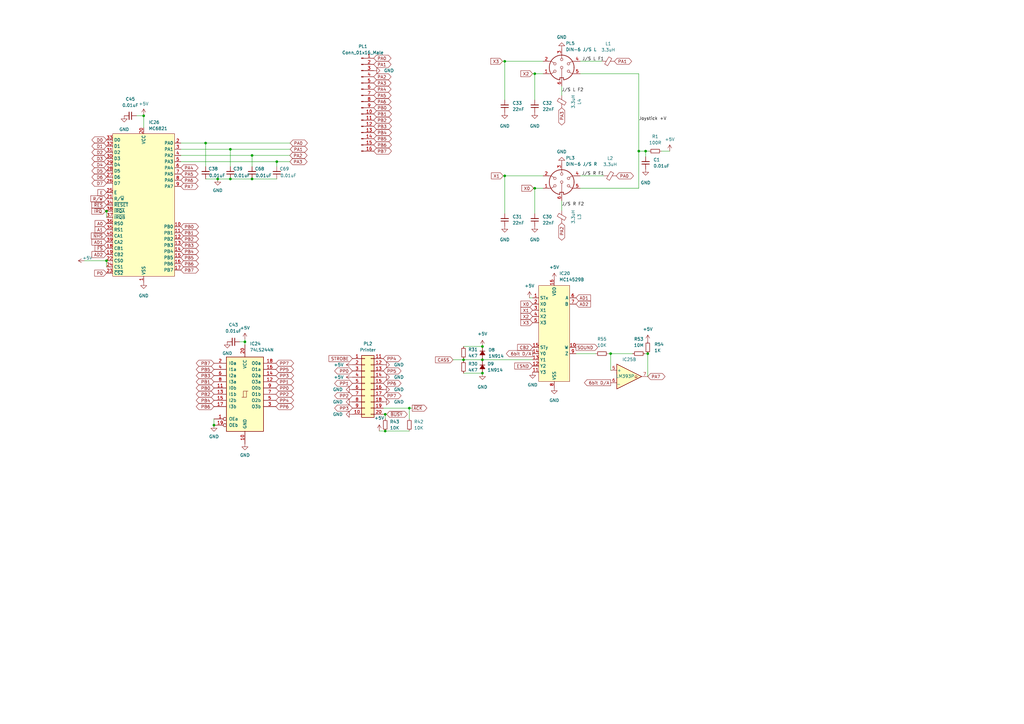
<source format=kicad_sch>
(kicad_sch (version 20230121) (generator eeschema)
  (paper "A3")
  (title_block (date "2023-05-20") (rev "2.0") (comment 2 "Reposition dram and buffer"))
  (lib_symbols
    (symbol "74xx:74LS244" (pin_names (offset 1.016))
      (property "Reference" "U" (at -7.62 16.51 0))
      (property "Value" "74LS244" (at -7.62 -16.51 0))
      (symbol "74LS244_1_0"
        (pin input inverted (at -12.7 -10.16 0) (length 5.08) (name "OEa") (number "1"))
        (pin power_in line (at 0 -20.32 90) (length 5.08) (name "GND") (number "10"))
        (pin input line (at -12.7 2.54 0) (length 5.08) (name "I0b") (number "11"))
        (pin tri_state line (at 12.7 5.08 180) (length 5.08) (name "O3a") (number "12"))
        (pin input line (at -12.7 0 0) (length 5.08) (name "I1b") (number "13"))
        (pin tri_state line (at 12.7 7.62 180) (length 5.08) (name "O2a") (number "14"))
        (pin input line (at -12.7 -2.54 0) (length 5.08) (name "I2b") (number "15"))
        (pin tri_state line (at 12.7 10.16 180) (length 5.08) (name "O1a") (number "16"))
        (pin input line (at -12.7 -5.08 0) (length 5.08) (name "I3b") (number "17"))
        (pin tri_state line (at 12.7 12.7 180) (length 5.08) (name "O0a") (number "18"))
        (pin input inverted (at -12.7 -12.7 0) (length 5.08) (name "OEb") (number "19"))
        (pin input line (at -12.7 12.7 0) (length 5.08) (name "I0a") (number "2"))
        (pin power_in line (at 0 20.32 270) (length 5.08) (name "VCC") (number "20"))
        (pin tri_state line (at 12.7 -5.08 180) (length 5.08) (name "O3b") (number "3"))
        (pin input line (at -12.7 10.16 0) (length 5.08) (name "I1a") (number "4"))
        (pin tri_state line (at 12.7 -2.54 180) (length 5.08) (name "O2b") (number "5"))
        (pin input line (at -12.7 7.62 0) (length 5.08) (name "I2a") (number "6"))
        (pin tri_state line (at 12.7 0 180) (length 5.08) (name "O1b") (number "7"))
        (pin input line (at -12.7 5.08 0) (length 5.08) (name "I3a") (number "8"))
        (pin tri_state line (at 12.7 2.54 180) (length 5.08) (name "O0b") (number "9"))
      )
    )
    (symbol "Comparator:LM393" (pin_names (offset 0.127))
      (property "Reference" "U" (at 3.81 3.81 0))
      (property "Value" "LM393" (at 6.35 -3.81 0))
      (symbol "LM393_1_1"
        (pin open_collector line (at 7.62 0 180) (length 2.54) (name "~") (number "1"))
        (pin input line (at -7.62 -2.54 0) (length 2.54) (name "-") (number "2"))
        (pin input line (at -7.62 2.54 0) (length 2.54) (name "+") (number "3"))
      )
      (symbol "LM393_2_1"
        (pin input line (at -7.62 2.54 0) (length 2.54) (name "+") (number "5"))
        (pin input line (at -7.62 -2.54 0) (length 2.54) (name "_") (number "6"))
        (pin open_collector line (at 7.62 0 180) (length 2.54) (name "~") (number "7"))
      )
      (symbol "LM393_3_1"
        (pin power_in line (at -2.54 -7.62 90) (length 3.81) (name "V-") (number "4"))
        (pin power_in line (at -2.54 7.62 270) (length 3.81) (name "V+") (number "8"))
      )
    )
    (symbol "Connector:Conn_01x16_Male" (pin_names (offset 1.016) hide)
      (property "Reference" "J" (at 0 20.32 0))
      (property "Value" "Conn_01x16_Male" (at 0 -22.86 0))
      (symbol "Conn_01x16_Male_1_1"
        (pin passive line (at 5.08 17.78 180) (length 3.81) (name "Pin_1") (number "1"))
        (pin passive line (at 5.08 -5.08 180) (length 3.81) (name "Pin_10") (number "10"))
        (pin passive line (at 5.08 -7.62 180) (length 3.81) (name "Pin_11") (number "11"))
        (pin passive line (at 5.08 -10.16 180) (length 3.81) (name "Pin_12") (number "12"))
        (pin passive line (at 5.08 -12.7 180) (length 3.81) (name "Pin_13") (number "13"))
        (pin passive line (at 5.08 -15.24 180) (length 3.81) (name "Pin_14") (number "14"))
        (pin passive line (at 5.08 -17.78 180) (length 3.81) (name "Pin_15") (number "15"))
        (pin passive line (at 5.08 -20.32 180) (length 3.81) (name "Pin_16") (number "16"))
        (pin passive line (at 5.08 15.24 180) (length 3.81) (name "Pin_2") (number "2"))
        (pin passive line (at 5.08 12.7 180) (length 3.81) (name "Pin_3") (number "3"))
        (pin passive line (at 5.08 10.16 180) (length 3.81) (name "Pin_4") (number "4"))
        (pin passive line (at 5.08 7.62 180) (length 3.81) (name "Pin_5") (number "5"))
        (pin passive line (at 5.08 5.08 180) (length 3.81) (name "Pin_6") (number "6"))
        (pin passive line (at 5.08 2.54 180) (length 3.81) (name "Pin_7") (number "7"))
        (pin passive line (at 5.08 0 180) (length 3.81) (name "Pin_8") (number "8"))
        (pin passive line (at 5.08 -2.54 180) (length 3.81) (name "Pin_9") (number "9"))
      )
    )
    (symbol "Connector:DIN-6" (pin_names (offset 1.016))
      (property "Reference" "J" (at 3.175 5.715 0))
      (property "Value" "DIN-6" (at 4.445 -4.445 0))
      (symbol "DIN-6_1_1"
        (pin passive line (at -7.62 -2.54 0) (length 2.54) (name "~") (number "1"))
        (pin passive line (at -7.62 2.54 0) (length 2.54) (name "~") (number "2"))
        (pin passive line (at 0 7.62 270) (length 2.54) (name "~") (number "3"))
        (pin passive line (at 7.62 2.54 180) (length 2.54) (name "~") (number "4"))
        (pin passive line (at 7.62 -2.54 180) (length 2.54) (name "~") (number "5"))
        (pin passive line (at 0 -7.62 90) (length 2.54) (name "~") (number "6"))
      )
    )
    (symbol "Connector_Generic:Conn_02x10_Top_Bottom" (pin_names (offset 1.016) hide)
      (property "Reference" "J" (at 1.27 12.7 0))
      (property "Value" "Conn_02x10_Top_Bottom" (at 1.27 -15.24 0))
      (symbol "Conn_02x10_Top_Bottom_1_1"
        (pin passive line (at -5.08 10.16 0) (length 3.81) (name "Pin_1") (number "1"))
        (pin passive line (at -5.08 -12.7 0) (length 3.81) (name "Pin_10") (number "10"))
        (pin passive line (at 7.62 10.16 180) (length 3.81) (name "Pin_11") (number "11"))
        (pin passive line (at 7.62 7.62 180) (length 3.81) (name "Pin_12") (number "12"))
        (pin passive line (at 7.62 5.08 180) (length 3.81) (name "Pin_13") (number "13"))
        (pin passive line (at 7.62 2.54 180) (length 3.81) (name "Pin_14") (number "14"))
        (pin passive line (at 7.62 0 180) (length 3.81) (name "Pin_15") (number "15"))
        (pin passive line (at 7.62 -2.54 180) (length 3.81) (name "Pin_16") (number "16"))
        (pin passive line (at 7.62 -5.08 180) (length 3.81) (name "Pin_17") (number "17"))
        (pin passive line (at 7.62 -7.62 180) (length 3.81) (name "Pin_18") (number "18"))
        (pin passive line (at 7.62 -10.16 180) (length 3.81) (name "Pin_19") (number "19"))
        (pin passive line (at -5.08 7.62 0) (length 3.81) (name "Pin_2") (number "2"))
        (pin passive line (at 7.62 -12.7 180) (length 3.81) (name "Pin_20") (number "20"))
        (pin passive line (at -5.08 5.08 0) (length 3.81) (name "Pin_3") (number "3"))
        (pin passive line (at -5.08 2.54 0) (length 3.81) (name "Pin_4") (number "4"))
        (pin passive line (at -5.08 0 0) (length 3.81) (name "Pin_5") (number "5"))
        (pin passive line (at -5.08 -2.54 0) (length 3.81) (name "Pin_6") (number "6"))
        (pin passive line (at -5.08 -5.08 0) (length 3.81) (name "Pin_7") (number "7"))
        (pin passive line (at -5.08 -7.62 0) (length 3.81) (name "Pin_8") (number "8"))
        (pin passive line (at -5.08 -10.16 0) (length 3.81) (name "Pin_9") (number "9"))
      )
    )
    (symbol "Device:C_Small" (pin_numbers hide) (pin_names (offset 0.254) hide)
      (property "Reference" "C" (at 0.254 1.778 0))
      (property "Value" "C_Small" (at 0.254 -2.032 0))
      (symbol "C_Small_1_1"
        (pin passive line (at 0 2.54 270) (length 2.032) (name "~") (number "1"))
        (pin passive line (at 0 -2.54 90) (length 2.032) (name "~") (number "2"))
      )
    )
    (symbol "Device:D_Small_Filled" (pin_numbers hide) (pin_names (offset 0.254) hide)
      (property "Reference" "D" (at -1.27 2.032 0))
      (property "Value" "D_Small_Filled" (at -3.81 -2.032 0))
      (symbol "D_Small_Filled_1_1"
        (pin passive line (at -2.54 0 0) (length 1.778) (name "K") (number "1"))
        (pin passive line (at 2.54 0 180) (length 1.778) (name "A") (number "2"))
      )
    )
    (symbol "Device:FerriteBead_Small" (pin_numbers hide) (pin_names (offset 0))
      (property "Reference" "FB" (at 1.905 1.27 0))
      (property "Value" "FerriteBead_Small" (at 1.905 -1.27 0))
      (symbol "FerriteBead_Small_1_1"
        (pin passive line (at 0 2.54 270) (length 1.27) (name "~") (number "1"))
        (pin passive line (at 0 -2.54 90) (length 1.27) (name "~") (number "2"))
      )
    )
    (symbol "Device:R_Small" (pin_numbers hide) (pin_names (offset 0.254) hide)
      (property "Reference" "R" (at 0.762 0.508 0))
      (property "Value" "R_Small" (at 0.762 -1.016 0))
      (symbol "R_Small_1_1"
        (pin passive line (at 0 2.54 270) (length 0.762) (name "~") (number "1"))
        (pin passive line (at 0 -2.54 90) (length 0.762) (name "~") (number "2"))
      )
    )
    (symbol "Motorola PIA:MC14529B"
      (property "Reference" "U" (at 0 1.27 0))
      (property "Value" "MC14529B" (at 0 -1.27 0))
      (symbol "MC14529B_1_1"
        (pin input line (at -8.89 15.24 0) (length 2.54) (name "STx") (number "1"))
        (pin output line (at 8.89 -5.08 180) (length 2.54) (name "W") (number "10"))
        (pin input line (at -8.89 -15.24 0) (length 2.54) (name "Y3") (number "11"))
        (pin input line (at -8.89 -12.7 0) (length 2.54) (name "Y2") (number "12"))
        (pin input line (at -8.89 -10.16 0) (length 2.54) (name "Y1") (number "13"))
        (pin input line (at -8.89 -7.62 0) (length 2.54) (name "Y0") (number "14"))
        (pin input line (at -8.89 -5.08 0) (length 2.54) (name "STy") (number "15"))
        (pin power_in line (at 0 22.86 270) (length 2.54) (name "VDD") (number "16"))
        (pin input line (at -8.89 12.7 0) (length 2.54) (name "X0") (number "2"))
        (pin input line (at -8.89 10.16 0) (length 2.54) (name "X1") (number "3"))
        (pin input line (at -8.89 7.62 0) (length 2.54) (name "X2") (number "4"))
        (pin input line (at -8.89 5.08 0) (length 2.54) (name "X3") (number "5"))
        (pin output line (at 8.89 15.24 180) (length 2.54) (name "A") (number "6"))
        (pin output line (at 8.89 12.7 180) (length 2.54) (name "B") (number "7"))
        (pin power_in line (at 0 -21.59 90) (length 2.54) (name "VSS") (number "8"))
        (pin output line (at 8.89 -7.62 180) (length 2.54) (name "Z") (number "9"))
      )
    )
    (symbol "Motorola PIA:MC6821"
      (property "Reference" "U" (at 0 1.27 0))
      (property "Value" "MC6821" (at 0 -1.27 0))
      (symbol "MC6821_1_1"
        (pin power_in line (at 0 -30.48 90) (length 2.54) (name "VSS") (number "1"))
        (pin bidirectional line (at 15.24 -7.62 180) (length 2.54) (name "PB0") (number "10"))
        (pin bidirectional line (at 15.24 -10.16 180) (length 2.54) (name "PB1") (number "11"))
        (pin bidirectional line (at 15.24 -12.7 180) (length 2.54) (name "PB2") (number "12"))
        (pin bidirectional line (at 15.24 -15.24 180) (length 2.54) (name "PB3") (number "13"))
        (pin bidirectional line (at 15.24 -17.78 180) (length 2.54) (name "PB4") (number "14"))
        (pin bidirectional line (at 15.24 -20.32 180) (length 2.54) (name "PB5") (number "15"))
        (pin bidirectional line (at 15.24 -22.86 180) (length 2.54) (name "PB6") (number "16"))
        (pin bidirectional line (at 15.24 -25.4 180) (length 2.54) (name "PB7") (number "17"))
        (pin input line (at -15.24 -16.51 0) (length 2.54) (name "CB1") (number "18"))
        (pin input line (at -15.24 -19.05 0) (length 2.54) (name "CB2") (number "19"))
        (pin bidirectional line (at 15.24 26.67 180) (length 2.54) (name "PA0") (number "2"))
        (pin power_in line (at 0 33.02 270) (length 2.54) (name "VCC") (number "20"))
        (pin input line (at -15.24 3.81 0) (length 2.54) (name "R/~{W}") (number "21"))
        (pin input line (at -15.24 -21.59 0) (length 2.54) (name "CS0") (number "22"))
        (pin input line (at -15.24 -26.67 0) (length 2.54) (name "~{CS2}") (number "23"))
        (pin input line (at -15.24 -24.13 0) (length 2.54) (name "CS1") (number "24"))
        (pin input line (at -15.24 6.35 0) (length 2.54) (name "E") (number "25"))
        (pin bidirectional line (at -15.24 10.16 0) (length 2.54) (name "D7") (number "26"))
        (pin bidirectional line (at -15.24 12.7 0) (length 2.54) (name "D6") (number "27"))
        (pin bidirectional line (at -15.24 15.24 0) (length 2.54) (name "D5") (number "28"))
        (pin bidirectional line (at -15.24 17.78 0) (length 2.54) (name "D4") (number "29"))
        (pin bidirectional line (at 15.24 24.13 180) (length 2.54) (name "PA1") (number "3"))
        (pin bidirectional line (at -15.24 20.32 0) (length 2.54) (name "D3") (number "30"))
        (pin bidirectional line (at -15.24 22.86 0) (length 2.54) (name "D2") (number "31"))
        (pin bidirectional line (at -15.24 25.4 0) (length 2.54) (name "D1") (number "32"))
        (pin bidirectional line (at -15.24 27.94 0) (length 2.54) (name "D0") (number "33"))
        (pin input line (at -15.24 1.27 0) (length 2.54) (name "~{RESET}") (number "34"))
        (pin input line (at -15.24 -8.89 0) (length 2.54) (name "RS1") (number "35"))
        (pin input line (at -15.24 -6.35 0) (length 2.54) (name "RS0") (number "36"))
        (pin input line (at -15.24 -3.81 0) (length 2.54) (name "~{IRQB}") (number "37"))
        (pin input line (at -15.24 -1.27 0) (length 2.54) (name "~{IRQA}") (number "38"))
        (pin input line (at -15.24 -13.97 0) (length 2.54) (name "CA2") (number "39"))
        (pin bidirectional line (at 15.24 21.59 180) (length 2.54) (name "PA2") (number "4"))
        (pin input line (at -15.24 -11.43 0) (length 2.54) (name "CA1") (number "40"))
        (pin bidirectional line (at 15.24 19.05 180) (length 2.54) (name "PA3") (number "5"))
        (pin bidirectional line (at 15.24 16.51 180) (length 2.54) (name "PA4") (number "6"))
        (pin bidirectional line (at 15.24 13.97 180) (length 2.54) (name "PA5") (number "7"))
        (pin bidirectional line (at 15.24 11.43 180) (length 2.54) (name "PA6") (number "8"))
        (pin bidirectional line (at 15.24 8.89 180) (length 2.54) (name "PA7") (number "9"))
      )
    )
    (symbol "power:+5V" (power) (pin_names (offset 0))
      (property "Value" "+5V" (at 0 3.556 0))
      (symbol "+5V_1_1"
        (pin power_in line (at 0 0 90) (length 0) hide (name "+5V") (number "1"))
      )
    )
    (symbol "power:GND" (power) (pin_names (offset 0))
      (property "Value" "GND" (at 0 -3.81 0))
      (symbol "GND_1_1"
        (pin power_in line (at 0 0 270) (length 0) hide (name "GND") (number "1"))
      )
    )
  )
  (junction (at 89.281 73.406))
  (junction (at 58.928 47.498))
  (junction (at 87.757 174.371))
  (junction (at 94.488 61.214))
  (junction (at 265.684 145.034))
  (junction (at 113.538 66.294))
  (junction (at 167.894 167.386))
  (junction (at 264.795 61.976))
  (junction (at 190.119 147.574))
  (junction (at 219.329 30.226))
  (junction (at 43.688 86.614))
  (junction (at 197.866 153.035))
  (junction (at 207.01 25.146))
  (junction (at 43.688 106.934))
  (junction (at 157.988 169.926))
  (junction (at 197.866 147.574))
  (junction (at 103.378 73.406))
  (junction (at 197.866 142.113))
  (junction (at 262.001 61.976))
  (junction (at 103.378 63.754))
  (junction (at 157.988 176.784))
  (junction (at 84.328 58.674))
  (junction (at 100.457 140.208))
  (junction (at 94.488 73.406))
  (junction (at 219.329 77.216))
  (junction (at 250.444 145.034))
  (junction (at 207.01 72.136))
  (wire (pts (xy 103.378 73.406) (xy 113.538 73.406)))
  (wire (pts (xy 190.119 147.193) (xy 190.119 147.574)))
  (wire (pts (xy 190.119 153.035) (xy 197.866 153.035)))
  (wire (pts (xy 264.795 64.262) (xy 264.795 61.976)))
  (wire (pts (xy 74.168 61.214) (xy 94.488 61.214)))
  (wire (pts (xy 87.757 171.831) (xy 87.757 174.371)))
  (wire (pts (xy 264.541 145.034) (xy 265.684 145.034)))
  (wire (pts (xy 157.988 169.926) (xy 157.226 169.926)))
  (wire (pts (xy 43.688 106.934) (xy 43.688 109.474)))
  (wire (pts (xy 190.119 147.574) (xy 190.119 147.955)))
  (wire (pts (xy 206.121 25.146) (xy 207.01 25.146)))
  (wire (pts (xy 264.795 61.976) (xy 266.192 61.976)))
  (wire (pts (xy 218.821 77.216) (xy 219.329 77.216)))
  (wire (pts (xy 197.866 147.955) (xy 197.866 147.574)))
  (wire (pts (xy 237.998 30.226) (xy 262.001 30.226)))
  (wire (pts (xy 157.988 176.784) (xy 167.894 176.784)))
  (wire (pts (xy 103.378 63.754) (xy 103.378 68.326)))
  (wire (pts (xy 89.281 73.406) (xy 94.488 73.406)))
  (wire (pts (xy 250.444 145.034) (xy 249.428 145.034)))
  (wire (pts (xy 113.538 66.294) (xy 74.168 66.294)))
  (wire (pts (xy 207.01 25.146) (xy 207.01 41.021)))
  (wire (pts (xy 197.866 153.162) (xy 197.866 153.035)))
  (wire (pts (xy 207.01 72.136) (xy 222.758 72.136)))
  (wire (pts (xy 265.684 145.034) (xy 265.684 154.432)))
  (wire (pts (xy 113.538 66.294) (xy 113.538 68.326)))
  (wire (pts (xy 219.329 77.216) (xy 222.758 77.216)))
  (wire (pts (xy 219.329 30.226) (xy 219.329 41.021)))
  (wire (pts (xy 118.872 66.294) (xy 113.538 66.294)))
  (wire (pts (xy 259.461 145.034) (xy 250.444 145.034)))
  (wire (pts (xy 58.928 47.498) (xy 58.928 52.324)))
  (wire (pts (xy 207.01 25.146) (xy 222.758 25.146)))
  (wire (pts (xy 167.894 167.386) (xy 167.894 171.704)))
  (wire (pts (xy 207.01 72.136) (xy 207.01 87.63)))
  (wire (pts (xy 94.488 73.406) (xy 103.378 73.406)))
  (wire (pts (xy 56.007 47.498) (xy 58.928 47.498)))
  (wire (pts (xy 74.168 58.674) (xy 84.328 58.674)))
  (wire (pts (xy 58.928 47.244) (xy 58.928 47.498)))
  (wire (pts (xy 274.701 61.976) (xy 271.272 61.976)))
  (wire (pts (xy 84.328 58.674) (xy 84.328 68.326)))
  (wire (pts (xy 185.801 147.574) (xy 190.119 147.574)))
  (wire (pts (xy 157.988 169.926) (xy 157.988 171.704)))
  (wire (pts (xy 167.894 167.386) (xy 157.226 167.386)))
  (wire (pts (xy 84.328 73.406) (xy 89.281 73.406)))
  (wire (pts (xy 100.457 140.208) (xy 100.457 141.351)))
  (wire (pts (xy 218.44 30.226) (xy 219.329 30.226)))
  (wire (pts (xy 94.488 61.214) (xy 94.488 68.326)))
  (wire (pts (xy 84.328 58.674) (xy 118.999 58.674)))
  (wire (pts (xy 158.623 169.926) (xy 157.988 169.926)))
  (wire (pts (xy 230.378 39.116) (xy 230.378 35.306)))
  (wire (pts (xy 197.866 147.574) (xy 197.866 147.32)))
  (wire (pts (xy 155.575 176.784) (xy 157.988 176.784)))
  (wire (pts (xy 219.329 77.216) (xy 219.329 87.63)))
  (wire (pts (xy 237.998 77.216) (xy 262.001 77.216)))
  (wire (pts (xy 98.298 140.208) (xy 100.457 140.208)))
  (wire (pts (xy 118.872 63.754) (xy 103.378 63.754)))
  (wire (pts (xy 219.329 30.226) (xy 222.758 30.226)))
  (wire (pts (xy 197.866 142.113) (xy 197.866 142.24)))
  (wire (pts (xy 197.866 147.574) (xy 218.44 147.574)))
  (wire (pts (xy 169.037 167.386) (xy 167.894 167.386)))
  (wire (pts (xy 190.119 147.574) (xy 197.866 147.574)))
  (wire (pts (xy 262.001 30.226) (xy 262.001 61.976)))
  (wire (pts (xy 217.17 122.174) (xy 218.44 122.174)))
  (wire (pts (xy 230.378 86.36) (xy 230.378 82.296)))
  (wire (pts (xy 103.378 63.754) (xy 74.168 63.754)))
  (wire (pts (xy 206.375 72.136) (xy 207.01 72.136)))
  (wire (pts (xy 262.001 77.216) (xy 262.001 61.976)))
  (wire (pts (xy 247.65 72.136) (xy 237.998 72.136)))
  (wire (pts (xy 246.888 25.146) (xy 237.998 25.146)))
  (wire (pts (xy 34.671 106.934) (xy 43.688 106.934)))
  (wire (pts (xy 94.488 61.214) (xy 118.999 61.214)))
  (wire (pts (xy 43.688 86.614) (xy 43.688 89.154)))
  (wire (pts (xy 250.444 145.034) (xy 250.444 151.892)))
  (wire (pts (xy 262.001 61.976) (xy 264.795 61.976)))
  (wire (pts (xy 43.307 86.614) (xy 43.688 86.614)))
  (wire (pts (xy 244.348 145.034) (xy 236.22 145.034)))
  (wire (pts (xy 190.119 142.113) (xy 197.866 142.113)))
  (wire (pts (xy 100.457 139.192) (xy 100.457 140.208)))
  (label "Joystick +V" (at 262.001 49.6061 0))
  (label "J{slash}S R F1" (at 238.5908 72.136 0))
  (label "J{slash}S L F1" (at 238.7635 25.146 0))
  (label "J{slash}S R F2" (at 230.378 84.6696 0))
  (label "J{slash}S L F2" (at 230.378 37.841 0))
  (global_label "PP4" (shape bidirectional) (at 157.226 147.066 0) (property "Intersheetrefs" "${INTERSHEET_REFS}" (effects hide)))
  (global_label "~{BUSY}" (shape bidirectional) (at 158.623 169.926 0) (property "Intersheetrefs" "${INTERSHEET_REFS}" (effects hide)))
  (global_label "PB2" (shape bidirectional) (at 153.289 49.276 0) (property "Intersheetrefs" "${INTERSHEET_REFS}" (effects hide)))
  (global_label "6bit D{slash}A" (shape output) (at 250.444 156.972 180) (property "Intersheetrefs" "${INTERSHEET_REFS}" (effects hide)))
  (global_label "PP7" (shape bidirectional) (at 157.226 162.306 0) (property "Intersheetrefs" "${INTERSHEET_REFS}" (effects hide)))
  (global_label "X1" (shape input) (at 218.44 127.254 180) (property "Intersheetrefs" "${INTERSHEET_REFS}" (effects hide)))
  (global_label "X0" (shape input) (at 218.44 124.714 180) (property "Intersheetrefs" "${INTERSHEET_REFS}" (effects hide)))
  (global_label "PA4" (shape bidirectional) (at 153.289 36.576 0) (property "Intersheetrefs" "${INTERSHEET_REFS}" (effects hide)))
  (global_label "PB6" (shape bidirectional) (at 87.757 166.751 180) (property "Intersheetrefs" "${INTERSHEET_REFS}" (effects hide)))
  (global_label "PA0" (shape bidirectional) (at 118.999 58.674 0) (property "Intersheetrefs" "${INTERSHEET_REFS}" (effects hide)))
  (global_label "PA2" (shape bidirectional) (at 230.378 91.44 270) (property "Intersheetrefs" "${INTERSHEET_REFS}" (effects hide)))
  (global_label "D2" (shape bidirectional) (at 43.688 62.484 180) (property "Intersheetrefs" "${INTERSHEET_REFS}" (effects hide)))
  (global_label "PB4" (shape bidirectional) (at 153.289 54.356 0) (property "Intersheetrefs" "${INTERSHEET_REFS}" (effects hide)))
  (global_label "6bit D{slash}A" (shape output) (at 218.44 145.034 180) (property "Intersheetrefs" "${INTERSHEET_REFS}" (effects hide)))
  (global_label "PB1" (shape bidirectional) (at 153.289 46.736 0) (property "Intersheetrefs" "${INTERSHEET_REFS}" (effects hide)))
  (global_label "PB7" (shape bidirectional) (at 153.289 61.976 0) (property "Intersheetrefs" "${INTERSHEET_REFS}" (effects hide)))
  (global_label "PA3" (shape bidirectional) (at 118.872 66.294 0) (property "Intersheetrefs" "${INTERSHEET_REFS}" (effects hide)))
  (global_label "PA7" (shape bidirectional) (at 265.684 154.432 0) (property "Intersheetrefs" "${INTERSHEET_REFS}" (effects hide)))
  (global_label "PB0" (shape bidirectional) (at 153.289 44.196 0) (property "Intersheetrefs" "${INTERSHEET_REFS}" (effects hide)))
  (global_label "CASS" (shape input) (at 185.801 147.574 180) (property "Intersheetrefs" "${INTERSHEET_REFS}" (effects hide)))
  (global_label "D6" (shape bidirectional) (at 43.688 72.644 180) (property "Intersheetrefs" "${INTERSHEET_REFS}" (effects hide)))
  (global_label "PA5" (shape bidirectional) (at 153.289 39.116 0) (property "Intersheetrefs" "${INTERSHEET_REFS}" (effects hide)))
  (global_label "PB3" (shape bidirectional) (at 153.289 51.816 0) (property "Intersheetrefs" "${INTERSHEET_REFS}" (effects hide)))
  (global_label "PB6" (shape bidirectional) (at 74.168 108.204 0) (property "Intersheetrefs" "${INTERSHEET_REFS}" (effects hide)))
  (global_label "R{slash}~{W}" (shape input) (at 43.688 81.534 180) (property "Intersheetrefs" "${INTERSHEET_REFS}" (effects hide)))
  (global_label "PA1" (shape bidirectional) (at 251.968 25.146 0) (property "Intersheetrefs" "${INTERSHEET_REFS}" (effects hide)))
  (global_label "PA3" (shape bidirectional) (at 153.289 34.036 0) (property "Intersheetrefs" "${INTERSHEET_REFS}" (effects hide)))
  (global_label "ESND" (shape input) (at 218.44 150.114 180) (property "Intersheetrefs" "${INTERSHEET_REFS}" (effects hide)))
  (global_label "X3" (shape input) (at 218.44 132.334 180) (property "Intersheetrefs" "${INTERSHEET_REFS}" (effects hide)))
  (global_label "X3" (shape input) (at 206.121 25.146 180) (property "Intersheetrefs" "${INTERSHEET_REFS}" (effects hide)))
  (global_label "D1" (shape bidirectional) (at 43.688 59.944 180) (property "Intersheetrefs" "${INTERSHEET_REFS}" (effects hide)))
  (global_label "AD1" (shape input) (at 43.688 99.314 180) (property "Intersheetrefs" "${INTERSHEET_REFS}" (effects hide)))
  (global_label "X2" (shape input) (at 218.44 30.226 180) (property "Intersheetrefs" "${INTERSHEET_REFS}" (effects hide)))
  (global_label "PP5" (shape bidirectional) (at 113.157 151.511 0) (property "Intersheetrefs" "${INTERSHEET_REFS}" (effects hide)))
  (global_label "PB1" (shape bidirectional) (at 87.757 156.591 180) (property "Intersheetrefs" "${INTERSHEET_REFS}" (effects hide)))
  (global_label "PB5" (shape bidirectional) (at 74.168 105.664 0) (property "Intersheetrefs" "${INTERSHEET_REFS}" (effects hide)))
  (global_label "PP1" (shape bidirectional) (at 113.157 156.591 0) (property "Intersheetrefs" "${INTERSHEET_REFS}" (effects hide)))
  (global_label "PB7" (shape bidirectional) (at 74.168 110.744 0) (property "Intersheetrefs" "${INTERSHEET_REFS}" (effects hide)))
  (global_label "E" (shape input) (at 43.688 78.994 180) (property "Intersheetrefs" "${INTERSHEET_REFS}" (effects hide)))
  (global_label "PB6" (shape bidirectional) (at 153.289 59.436 0) (property "Intersheetrefs" "${INTERSHEET_REFS}" (effects hide)))
  (global_label "PB3" (shape bidirectional) (at 87.757 154.051 180) (property "Intersheetrefs" "${INTERSHEET_REFS}" (effects hide)))
  (global_label "AD2" (shape input) (at 236.22 124.714 0) (property "Intersheetrefs" "${INTERSHEET_REFS}" (effects hide)))
  (global_label "AD2" (shape input) (at 43.688 104.394 180) (property "Intersheetrefs" "${INTERSHEET_REFS}" (effects hide)))
  (global_label "PP3" (shape bidirectional) (at 144.526 167.386 180) (property "Intersheetrefs" "${INTERSHEET_REFS}" (effects hide)))
  (global_label "PB1" (shape bidirectional) (at 74.168 95.504 0) (property "Intersheetrefs" "${INTERSHEET_REFS}" (effects hide)))
  (global_label "~{FS}" (shape input) (at 43.688 101.854 180) (property "Intersheetrefs" "${INTERSHEET_REFS}" (effects hide)))
  (global_label "PP3" (shape bidirectional) (at 113.157 154.051 0) (property "Intersheetrefs" "${INTERSHEET_REFS}" (effects hide)))
  (global_label "PP0" (shape bidirectional) (at 113.157 159.131 0) (property "Intersheetrefs" "${INTERSHEET_REFS}" (effects hide)))
  (global_label "D5" (shape bidirectional) (at 43.688 70.104 180) (property "Intersheetrefs" "${INTERSHEET_REFS}" (effects hide)))
  (global_label "PB3" (shape bidirectional) (at 74.168 100.584 0) (property "Intersheetrefs" "${INTERSHEET_REFS}" (effects hide)))
  (global_label "PA5" (shape bidirectional) (at 74.168 71.374 0) (property "Intersheetrefs" "${INTERSHEET_REFS}" (effects hide)))
  (global_label "PB2" (shape bidirectional) (at 87.757 161.671 180) (property "Intersheetrefs" "${INTERSHEET_REFS}" (effects hide)))
  (global_label "PP7" (shape bidirectional) (at 113.157 148.971 0) (property "Intersheetrefs" "${INTERSHEET_REFS}" (effects hide)))
  (global_label "PP2" (shape bidirectional) (at 113.157 161.671 0) (property "Intersheetrefs" "${INTERSHEET_REFS}" (effects hide)))
  (global_label "PA6" (shape bidirectional) (at 74.168 73.914 0) (property "Intersheetrefs" "${INTERSHEET_REFS}" (effects hide)))
  (global_label "PA1" (shape bidirectional) (at 118.999 61.214 0) (property "Intersheetrefs" "${INTERSHEET_REFS}" (effects hide)))
  (global_label "SOUND" (shape output) (at 236.22 142.494 0) (property "Intersheetrefs" "${INTERSHEET_REFS}" (effects hide)))
  (global_label "A0" (shape input) (at 43.688 91.694 180) (property "Intersheetrefs" "${INTERSHEET_REFS}" (effects hide)))
  (global_label "PB7" (shape bidirectional) (at 87.757 148.971 180) (property "Intersheetrefs" "${INTERSHEET_REFS}" (effects hide)))
  (global_label "~{IRQ}" (shape input) (at 43.307 86.614 180) (property "Intersheetrefs" "${INTERSHEET_REFS}" (effects hide)))
  (global_label "PA6" (shape bidirectional) (at 153.289 41.656 0) (property "Intersheetrefs" "${INTERSHEET_REFS}" (effects hide)))
  (global_label "PP5" (shape bidirectional) (at 157.226 152.146 0) (property "Intersheetrefs" "${INTERSHEET_REFS}" (effects hide)))
  (global_label "PB2" (shape bidirectional) (at 74.168 98.044 0) (property "Intersheetrefs" "${INTERSHEET_REFS}" (effects hide)))
  (global_label "PP1" (shape bidirectional) (at 144.526 157.226 180) (property "Intersheetrefs" "${INTERSHEET_REFS}" (effects hide)))
  (global_label "PP0" (shape bidirectional) (at 144.526 152.146 180) (property "Intersheetrefs" "${INTERSHEET_REFS}" (effects hide)))
  (global_label "PP6" (shape bidirectional) (at 157.226 157.226 0) (property "Intersheetrefs" "${INTERSHEET_REFS}" (effects hide)))
  (global_label "PB4" (shape bidirectional) (at 87.757 164.211 180) (property "Intersheetrefs" "${INTERSHEET_REFS}" (effects hide)))
  (global_label "PB5" (shape bidirectional) (at 153.289 56.896 0) (property "Intersheetrefs" "${INTERSHEET_REFS}" (effects hide)))
  (global_label "PA0" (shape bidirectional) (at 252.73 72.136 0) (property "Intersheetrefs" "${INTERSHEET_REFS}" (effects hide)))
  (global_label "PB5" (shape bidirectional) (at 87.757 151.511 180) (property "Intersheetrefs" "${INTERSHEET_REFS}" (effects hide)))
  (global_label "PA7" (shape bidirectional) (at 74.168 76.454 0) (property "Intersheetrefs" "${INTERSHEET_REFS}" (effects hide)))
  (global_label "~{NHS}" (shape input) (at 43.688 96.774 180) (property "Intersheetrefs" "${INTERSHEET_REFS}" (effects hide)))
  (global_label "PA4" (shape bidirectional) (at 74.168 68.834 0) (property "Intersheetrefs" "${INTERSHEET_REFS}" (effects hide)))
  (global_label "PP2" (shape bidirectional) (at 144.526 162.306 180) (property "Intersheetrefs" "${INTERSHEET_REFS}" (effects hide)))
  (global_label "STROBE" (shape input) (at 144.526 147.066 180) (property "Intersheetrefs" "${INTERSHEET_REFS}" (effects hide)))
  (global_label "PP6" (shape bidirectional) (at 113.157 166.751 0) (property "Intersheetrefs" "${INTERSHEET_REFS}" (effects hide)))
  (global_label "PA2" (shape bidirectional) (at 118.872 63.754 0) (property "Intersheetrefs" "${INTERSHEET_REFS}" (effects hide)))
  (global_label "X2" (shape input) (at 218.44 129.794 180) (property "Intersheetrefs" "${INTERSHEET_REFS}" (effects hide)))
  (global_label "PB0" (shape bidirectional) (at 74.168 92.964 0) (property "Intersheetrefs" "${INTERSHEET_REFS}" (effects hide)))
  (global_label "PB0" (shape bidirectional) (at 87.757 159.131 180) (property "Intersheetrefs" "${INTERSHEET_REFS}" (effects hide)))
  (global_label "PA3" (shape bidirectional) (at 230.378 44.196 270) (property "Intersheetrefs" "${INTERSHEET_REFS}" (effects hide)))
  (global_label "CB2" (shape input) (at 218.44 142.494 180) (property "Intersheetrefs" "${INTERSHEET_REFS}" (effects hide)))
  (global_label "X0" (shape input) (at 218.821 77.216 180) (property "Intersheetrefs" "${INTERSHEET_REFS}" (effects hide)))
  (global_label "PA1" (shape bidirectional) (at 153.289 26.416 0) (property "Intersheetrefs" "${INTERSHEET_REFS}" (effects hide)))
  (global_label "A1" (shape input) (at 43.688 94.234 180) (property "Intersheetrefs" "${INTERSHEET_REFS}" (effects hide)))
  (global_label "D3" (shape bidirectional) (at 43.688 65.024 180) (property "Intersheetrefs" "${INTERSHEET_REFS}" (effects hide)))
  (global_label "PB4" (shape bidirectional) (at 74.168 103.124 0) (property "Intersheetrefs" "${INTERSHEET_REFS}" (effects hide)))
  (global_label "~{ACK}" (shape output) (at 169.037 167.386 0) (property "Intersheetrefs" "${INTERSHEET_REFS}" (effects hide)))
  (global_label "D4" (shape bidirectional) (at 43.688 67.564 180) (property "Intersheetrefs" "${INTERSHEET_REFS}" (effects hide)))
  (global_label "~{RES}" (shape input) (at 43.688 84.074 180) (property "Intersheetrefs" "${INTERSHEET_REFS}" (effects hide)))
  (global_label "P0" (shape input) (at 43.688 112.014 180) (property "Intersheetrefs" "${INTERSHEET_REFS}" (effects hide)))
  (global_label "AD1" (shape input) (at 236.22 122.174 0) (property "Intersheetrefs" "${INTERSHEET_REFS}" (effects hide)))
  (global_label "PA2" (shape bidirectional) (at 153.289 31.496 0) (property "Intersheetrefs" "${INTERSHEET_REFS}" (effects hide)))
  (global_label "D7" (shape bidirectional) (at 43.688 75.184 180) (property "Intersheetrefs" "${INTERSHEET_REFS}" (effects hide)))
  (global_label "PA0" (shape bidirectional) (at 153.289 23.876 0) (property "Intersheetrefs" "${INTERSHEET_REFS}" (effects hide)))
  (global_label "X1" (shape input) (at 206.375 72.136 180) (property "Intersheetrefs" "${INTERSHEET_REFS}" (effects hide)))
  (global_label "PP4" (shape bidirectional) (at 113.157 164.211 0) (property "Intersheetrefs" "${INTERSHEET_REFS}" (effects hide)))
  (global_label "D0" (shape bidirectional) (at 43.688 57.404 180) (property "Intersheetrefs" "${INTERSHEET_REFS}" (effects hide)))
  (symbol (lib_id "Motorola PIA:MC6821") (at 58.928 85.344 0) (unit 1)
    (property "Reference" "IC26" (at 60.9474 50.165 0) (effects (justify left)))
    (property "Value" "MC6821" (at 60.9474 52.705 0) (effects (justify left)))
    (property "Footprint" "Package_DIP:DIP-40_W15.24mm" (effects hide))
    (property "DigiKey" "2156-MC6821CS-2156-ND" (effects hide))
    (property "Note" "donor is preferable" (effects hide))
  )
  (symbol (lib_id "power:GND") (at 93.218 140.208 0) (unit 1)
    (property "Reference" "#PWR0197" (effects hide))
    (property "Value" "GND" (at 93.218 144.907 0))
  )
  (symbol (lib_id "Device:R_Small") (at 190.119 144.653 180) (unit 1)
    (property "Reference" "R31" (at 192.024 143.3829 0) (effects (justify right)))
    (property "Value" "4K7" (at 192.024 145.9229 0) (effects (justify right)))
    (property "Footprint" "Resistor_THT:R_Axial_DIN0207_L6.3mm_D2.5mm_P10.16mm_Horizontal" (effects hide))
    (property "DigiKey" "CF14JT4K70CT-ND" (effects hide))
  )
  (symbol (lib_id "Device:D_Small_Filled") (at 197.866 144.78 270) (unit 1)
    (property "Reference" "D8" (at 200.279 143.5099 90) (effects (justify left)))
    (property "Value" "1N914" (at 200.279 146.0499 90) (effects (justify left)))
    (property "Footprint" "Diode_THT:D_DO-35_SOD27_P7.62mm_Horizontal" (effects hide))
    (property "Datasheet" "http://www.vishay.com/docs/85622/1n914.pdf" (effects hide))
    (property "DigiKey" "1N914FS-ND" (effects hide))
  )
  (symbol (lib_id "Device:R_Small") (at 246.888 145.034 270) (unit 1)
    (property "Reference" "R55" (at 246.888 139.065 90))
    (property "Value" "10K" (at 246.888 141.605 90))
    (property "Footprint" "Resistor_THT:R_Axial_DIN0207_L6.3mm_D2.5mm_P10.16mm_Horizontal" (effects hide))
    (property "DigiKey" "CF14JT10K0CT-ND" (effects hide))
  )
  (symbol (lib_id "power:+5V") (at 58.928 47.244 0) (unit 1)
    (property "Reference" "#PWR0185" (effects hide))
    (property "Value" "+5V" (at 58.928 42.545 0))
  )
  (symbol (lib_id "Device:R_Small") (at 190.119 150.495 180) (unit 1)
    (property "Reference" "R30" (at 192.024 149.2249 0) (effects (justify right)))
    (property "Value" "4K7" (at 192.024 151.7649 0) (effects (justify right)))
    (property "Footprint" "Resistor_THT:R_Axial_DIN0207_L6.3mm_D2.5mm_P10.16mm_Horizontal" (effects hide))
    (property "DigiKey" "CF14JT4K70CT-ND" (effects hide))
  )
  (symbol (lib_id "power:+5V") (at 155.575 176.784 0) (unit 1)
    (property "Reference" "#PWR0208" (effects hide))
    (property "Value" "+5V" (at 155.575 171.45 0))
  )
  (symbol (lib_id "power:+5V") (at 217.17 122.174 0) (unit 1)
    (property "Reference" "#PWR0209" (effects hide))
    (property "Value" "+5V" (at 217.17 117.221 0))
  )
  (symbol (lib_id "power:+5V") (at 265.684 139.954 0) (unit 1)
    (property "Reference" "#PWR0190" (effects hide))
    (property "Value" "+5V" (at 265.684 135.001 0))
  )
  (symbol (lib_id "power:GND") (at 230.378 67.056 180) (unit 1)
    (property "Reference" "#PWR0215" (effects hide))
    (property "Value" "GND" (at 230.378 62.23 0))
  )
  (symbol (lib_id "power:GND") (at 50.927 47.498 0) (unit 1)
    (property "Reference" "#PWR0186" (effects hide))
    (property "Value" "GND" (at 50.927 53.086 0))
  )
  (symbol (lib_id "Device:C_Small") (at 264.795 66.802 180) (unit 1)
    (property "Reference" "C1" (at 267.97 65.5255 0) (effects (justify right)))
    (property "Value" "0.01uF" (at 267.97 68.0655 0) (effects (justify right)))
    (property "Footprint" "Capacitor_THT:C_Disc_D4.3mm_W1.9mm_P5.00mm" (effects hide))
    (property "Datasheet" "https://www.vishay.com/docs/45171/kseries.pdf" (effects hide))
    (property "DigiKey" "BC2662CT-ND" (effects hide))
  )
  (symbol (lib_id "power:GND") (at 227.33 159.004 0) (unit 1)
    (property "Reference" "#PWR0191" (effects hide))
    (property "Value" "GND" (at 227.33 164.211 0))
  )
  (symbol (lib_id "power:GND") (at 157.226 154.686 90) (mirror x) (unit 1)
    (property "Reference" "#PWR0200" (effects hide))
    (property "Value" "GND" (at 161.544 154.6859 90) (effects (justify right)))
  )
  (symbol (lib_id "power:+5V") (at 227.33 114.554 0) (unit 1)
    (property "Reference" "#PWR0210" (effects hide))
    (property "Value" "+5V" (at 227.33 109.601 0))
  )
  (symbol (lib_id "power:GND") (at 219.329 46.101 0) (unit 1)
    (property "Reference" "#PWR0214" (effects hide))
    (property "Value" "GND" (at 219.329 51.689 0))
  )
  (symbol (lib_id "Device:C_Small") (at 113.538 70.866 180) (unit 1)
    (property "Reference" "C69" (at 114.681 69.215 0) (effects (justify right)))
    (property "Value" "0.01uF" (at 114.935 72.009 0) (effects (justify right)))
    (property "Footprint" "Capacitor_THT:C_Disc_D4.3mm_W1.9mm_P5.00mm" (effects hide))
    (property "Datasheet" "https://www.vishay.com/docs/45171/kseries.pdf" (effects hide))
    (property "DigiKey" "BC1101CT-ND" (effects hide))
  )
  (symbol (lib_id "power:GND") (at 157.226 149.606 90) (mirror x) (unit 1)
    (property "Reference" "#PWR0201" (effects hide))
    (property "Value" "GND" (at 161.544 149.6059 90) (effects (justify right)))
  )
  (symbol (lib_id "power:GND") (at 153.289 28.956 90) (unit 1)
    (property "Reference" "#PWR0269" (effects hide))
    (property "Value" "GND" (at 157.48 28.9559 90) (effects (justify right)))
  )
  (symbol (lib_id "Connector:DIN-6") (at 230.378 27.686 0) (unit 1)
    (property "Reference" "PL5" (at 232.0291 17.78 0) (effects (justify left)))
    (property "Value" "DIN-6 J/S L" (at 232.0291 20.32 0) (effects (justify left)))
    (property "Footprint" "Dragon:DIN-6_DELTRON_671-0601_Horizontal" (effects hide))
    (property "Datasheet" "https://www.dem-uk.com/deltron-components/Data/Product_Downloads/deltron-671-0501-5-way-din-socket-data.pdf" (effects hide))
    (property "Note" "RS Components" (effects hide))
  )
  (symbol (lib_id "power:GND") (at 144.526 169.926 270) (unit 1)
    (property "Reference" "#PWR0204" (effects hide))
    (property "Value" "GND" (at 140.589 169.9259 90) (effects (justify right)))
  )
  (symbol (lib_id "power:GND") (at 100.457 181.991 0) (unit 1)
    (property "Reference" "#PWR0196" (effects hide))
    (property "Value" "GND" (at 100.457 186.69 0))
  )
  (symbol (lib_id "power:+5V") (at 34.671 106.934 90) (unit 1)
    (property "Reference" "#PWR0187" (effects hide))
    (property "Value" "+5V" (at 33.782 105.791 90) (effects (justify right)))
  )
  (symbol (lib_id "power:+5V") (at 274.701 61.976 0) (unit 1)
    (property "Reference" "#PWR0216" (effects hide))
    (property "Value" "+5V" (at 274.701 57.15 0))
  )
  (symbol (lib_id "power:GND") (at 207.01 92.71 0) (unit 1)
    (property "Reference" "#PWR0211" (effects hide))
    (property "Value" "GND" (at 207.01 98.298 0))
  )
  (symbol (lib_id "74xx:74LS244") (at 100.457 161.671 0) (unit 1)
    (property "Reference" "IC24" (at 102.4764 140.97 0) (effects (justify left)))
    (property "Value" "74LS244N" (at 102.4764 143.51 0) (effects (justify left)))
    (property "Footprint" "Package_DIP:DIP-20_W7.62mm" (effects hide))
    (property "Datasheet" "http://www.ti.com/lit/ds/symlink/sn74ls244.pdf" (effects hide))
    (property "DigiKey" "296-1653-5-ND" (effects hide))
  )
  (symbol (lib_id "power:GND") (at 157.226 164.846 90) (mirror x) (unit 1)
    (property "Reference" "#PWR0199" (effects hide))
    (property "Value" "GND" (at 161.544 164.8459 90) (effects (justify right)))
  )
  (symbol (lib_id "Device:R_Small") (at 262.001 145.034 270) (unit 1)
    (property "Reference" "R53" (at 262.001 139.065 90))
    (property "Value" "10M" (at 262.001 141.605 90))
    (property "Footprint" "Resistor_THT:R_Axial_DIN0207_L6.3mm_D2.5mm_P10.16mm_Horizontal" (effects hide))
    (property "DigiKey" "CF14JT10M0CT-ND" (effects hide))
  )
  (symbol (lib_id "Device:C_Small") (at 84.328 70.866 180) (unit 1)
    (property "Reference" "C38" (at 85.471 69.215 0) (effects (justify right)))
    (property "Value" "0.01uF" (at 85.725 72.009 0) (effects (justify right)))
    (property "Footprint" "Capacitor_THT:C_Disc_D4.3mm_W1.9mm_P5.00mm" (effects hide))
    (property "Datasheet" "https://www.vishay.com/docs/45171/kseries.pdf" (effects hide))
    (property "DigiKey" "BC1101CT-ND" (effects hide))
  )
  (symbol (lib_id "Connector:DIN-6") (at 230.378 74.676 0) (unit 1)
    (property "Reference" "PL3" (at 232.0291 64.77 0) (effects (justify left)))
    (property "Value" "DIN-6 J/S R" (at 232.0291 67.31 0) (effects (justify left)))
    (property "Footprint" "Dragon:DIN-6_DELTRON_671-0601_Horizontal" (effects hide))
    (property "Datasheet" "https://www.dem-uk.com/deltron-components/Data/Product_Downloads/deltron-671-0501-5-way-din-socket-data.pdf" (effects hide))
    (property "Note" "RS Components" (effects hide))
  )
  (symbol (lib_id "Device:C_Small") (at 53.467 47.498 270) (unit 1)
    (property "Reference" "C45" (at 53.4606 40.64 90))
    (property "Value" "0.01uF" (at 53.4606 43.18 90))
    (property "Footprint" "Capacitor_THT:C_Disc_D4.3mm_W1.9mm_P5.00mm" (effects hide))
    (property "Datasheet" "https://www.vishay.com/docs/45171/kseries.pdf" (effects hide))
    (property "DigiKey" "BC2662CT-ND" (effects hide))
  )
  (symbol (lib_id "power:GND") (at 264.795 69.342 0) (unit 1)
    (property "Reference" "#PWR0217" (effects hide))
    (property "Value" "GND" (at 264.795 74.93 0))
  )
  (symbol (lib_id "Device:D_Small_Filled") (at 197.866 150.495 270) (unit 1)
    (property "Reference" "D9" (at 199.898 149.2249 90) (effects (justify left)))
    (property "Value" "1N914" (at 199.898 151.7649 90) (effects (justify left)))
    (property "Footprint" "Diode_THT:D_DO-35_SOD27_P7.62mm_Horizontal" (effects hide))
    (property "Datasheet" "http://www.vishay.com/docs/85622/1n914.pdf" (effects hide))
    (property "DigiKey" "1N914FS-ND" (effects hide))
  )
  (symbol (lib_id "Motorola PIA:MC14529B") (at 227.33 137.414 0) (unit 1)
    (property "Reference" "IC20" (at 229.3494 112.141 0) (effects (justify left)))
    (property "Value" "MC14529B" (at 229.3494 114.681 0) (effects (justify left)))
    (property "Footprint" "Package_DIP:DIP-16_W7.62mm" (effects hide))
    (property "DigiKey" "CD4529BCN-ND" (effects hide))
    (property "Note" "obsolete, use donor" (effects hide))
  )
  (symbol (lib_id "power:GND") (at 219.329 92.71 0) (unit 1)
    (property "Reference" "#PWR0212" (effects hide))
    (property "Value" "GND" (at 219.329 98.298 0))
  )
  (symbol (lib_id "power:GND") (at 218.44 152.654 0) (unit 1)
    (property "Reference" "#PWR0192" (effects hide))
    (property "Value" "GND" (at 218.44 157.861 0))
  )
  (symbol (lib_id "power:GND") (at 230.378 20.066 180) (unit 1)
    (property "Reference" "#PWR0218" (effects hide))
    (property "Value" "GND" (at 230.378 15.24 0))
  )
  (symbol (lib_id "Device:R_Small") (at 167.894 174.244 180) (unit 1)
    (property "Reference" "R42" (at 169.799 172.9739 0) (effects (justify right)))
    (property "Value" "10K" (at 169.799 175.5139 0) (effects (justify right)))
    (property "Footprint" "Resistor_THT:R_Axial_DIN0207_L6.3mm_D2.5mm_P10.16mm_Horizontal" (effects hide))
    (property "DigiKey" "CF14JT10K0CT-ND" (effects hide))
  )
  (symbol (lib_id "power:+5V") (at 144.526 154.686 90) (unit 1)
    (property "Reference" "#PWR0206" (effects hide))
    (property "Value" "+5V" (at 140.97 154.6859 90) (effects (justify left)))
  )
  (symbol (lib_id "power:GND") (at 207.01 46.101 0) (unit 1)
    (property "Reference" "#PWR0213" (effects hide))
    (property "Value" "GND" (at 207.01 51.689 0))
  )
  (symbol (lib_id "Device:R_Small") (at 268.732 61.976 270) (unit 1)
    (property "Reference" "R1" (at 268.732 56.007 90))
    (property "Value" "100R" (at 268.732 58.547 90))
    (property "Footprint" "Resistor_THT:R_Axial_DIN0207_L6.3mm_D2.5mm_P10.16mm_Horizontal" (effects hide))
    (property "DigiKey" "CF14JT100RCT-ND" (effects hide))
  )
  (symbol (lib_id "Device:C_Small") (at 219.329 43.561 180) (unit 1)
    (property "Reference" "C32" (at 222.504 42.2845 0) (effects (justify right)))
    (property "Value" "22nF" (at 222.504 44.8245 0) (effects (justify right)))
    (property "Footprint" "Capacitor_THT:C_Disc_D5.0mm_W2.5mm_P5.00mm" (effects hide))
    (property "Datasheet" "https://www.vishay.com/docs/45171/kseries.pdf" (effects hide))
    (property "DigiKey" "BC2677CT-ND" (effects hide))
  )
  (symbol (lib_id "power:GND") (at 89.281 73.406 0) (unit 1)
    (property "Reference" "#PWR0194" (effects hide))
    (property "Value" "GND" (at 89.281 78.105 0))
  )
  (symbol (lib_id "Device:FerriteBead_Small") (at 250.19 72.136 270) (unit 1)
    (property "Reference" "L2" (at 250.2281 64.897 90))
    (property "Value" "3.3uH" (at 250.2281 67.437 90))
    (property "Footprint" "Inductor_THT:L_Axial_L7.0mm_D3.3mm_P10.16mm_Horizontal_Fastron_MICC" (effects hide))
    (property "DigiKey" "495-5561-1-ND" (effects hide))
  )
  (symbol (lib_id "power:GND") (at 144.526 159.766 270) (unit 1)
    (property "Reference" "#PWR0205" (effects hide))
    (property "Value" "GND" (at 140.589 159.7659 90) (effects (justify right)))
  )
  (symbol (lib_id "Device:C_Small") (at 103.378 70.866 180) (unit 1)
    (property "Reference" "C68" (at 104.521 69.215 0) (effects (justify right)))
    (property "Value" "0.01uF" (at 104.775 72.009 0) (effects (justify right)))
    (property "Footprint" "Capacitor_THT:C_Disc_D4.3mm_W1.9mm_P5.00mm" (effects hide))
    (property "Datasheet" "https://www.vishay.com/docs/45171/kseries.pdf" (effects hide))
    (property "DigiKey" "BC1101CT-ND" (effects hide))
  )
  (symbol (lib_id "power:GND") (at 157.226 159.766 90) (mirror x) (unit 1)
    (property "Reference" "#PWR0202" (effects hide))
    (property "Value" "GND" (at 161.544 159.7659 90) (effects (justify right)))
  )
  (symbol (lib_id "Device:C_Small") (at 95.758 140.208 270) (unit 1)
    (property "Reference" "C43" (at 95.7516 133.223 90))
    (property "Value" "0.01uF" (at 95.7516 135.763 90))
    (property "Footprint" "Capacitor_THT:C_Disc_D4.3mm_W1.9mm_P5.00mm" (effects hide))
    (property "Datasheet" "https://www.vishay.com/docs/45171/kseries.pdf" (effects hide))
    (property "DigiKey" "BC2662CT-ND" (effects hide))
  )
  (symbol (lib_id "power:+5V") (at 197.866 142.113 0) (unit 1)
    (property "Reference" "#PWR0189" (effects hide))
    (property "Value" "+5V" (at 197.866 136.906 0))
  )
  (symbol (lib_id "Connector_Generic:Conn_02x10_Top_Bottom") (at 149.606 157.226 0) (unit 1)
    (property "Reference" "PL2" (at 150.876 140.97 0))
    (property "Value" "Printer" (at 150.876 143.51 0))
    (property "Footprint" "Connector_IDC:IDC-Header_2x10-1MP_P2.54mm_Latch_Horizontal" (effects hide))
    (property "Datasheet" "https://media.digikey.com/pdf/Data%20Sheets/CW%20Industries%20PDFs/CWN-300%20Ordering.pdf" (effects hide))
    (property "DigiKey" "CHR20G-ND" (effects hide))
    (property "Note" "or 1195-1707-ND with latches" (effects hide))
  )
  (symbol (lib_id "power:GND") (at 144.526 164.846 270) (unit 1)
    (property "Reference" "#PWR0203" (effects hide))
    (property "Value" "GND" (at 140.589 164.8459 90) (effects (justify right)))
  )
  (symbol (lib_id "Device:C_Small") (at 207.01 90.17 180) (unit 1)
    (property "Reference" "C31" (at 210.185 88.8935 0) (effects (justify right)))
    (property "Value" "22nF" (at 210.185 91.4335 0) (effects (justify right)))
    (property "Footprint" "Capacitor_THT:C_Disc_D5.0mm_W2.5mm_P5.00mm" (effects hide))
    (property "Datasheet" "https://www.vishay.com/docs/45171/kseries.pdf" (effects hide))
    (property "DigiKey" "BC2677CT-ND" (effects hide))
  )
  (symbol (lib_id "power:GND") (at 87.757 174.371 0) (unit 1)
    (property "Reference" "#PWR0195" (effects hide))
    (property "Value" "GND" (at 87.757 179.07 0))
  )
  (symbol (lib_id "Comparator:LM393") (at 258.064 154.432 0) (unit 2)
    (property "Reference" "IC25" (at 258.064 147.447 0))
    (property "Value" "LM393P" (at 256.413 154.305 0))
    (property "Footprint" "Package_DIP:DIP-8_W7.62mm" (effects hide))
    (property "Datasheet" "http://www.ti.com/lit/ds/symlink/lm393.pdf" (effects hide))
    (property "DigiKey" "296-1398-5-ND" (effects hide))
  )
  (symbol (lib_id "power:GND") (at 197.866 153.162 0) (unit 1)
    (property "Reference" "#PWR0193" (effects hide))
    (property "Value" "GND" (at 197.866 158.75 0))
  )
  (symbol (lib_id "power:+5V") (at 100.457 139.192 0) (unit 1)
    (property "Reference" "#PWR0198" (effects hide))
    (property "Value" "+5V" (at 100.457 134.493 0))
  )
  (symbol (lib_id "Device:R_Small") (at 157.988 174.244 180) (unit 1)
    (property "Reference" "R43" (at 159.893 172.9739 0) (effects (justify right)))
    (property "Value" "10K" (at 159.893 175.5139 0) (effects (justify right)))
    (property "Footprint" "Resistor_THT:R_Axial_DIN0207_L6.3mm_D2.5mm_P10.16mm_Horizontal" (effects hide))
    (property "DigiKey" "CF14JT10K0CT-ND" (effects hide))
  )
  (symbol (lib_id "Device:R_Small") (at 265.684 142.494 0) (unit 1)
    (property "Reference" "R54" (at 268.351 141.2239 0) (effects (justify left)))
    (property "Value" "1K" (at 268.351 143.7639 0) (effects (justify left)))
    (property "Footprint" "Resistor_THT:R_Axial_DIN0207_L6.3mm_D2.5mm_P10.16mm_Horizontal" (effects hide))
    (property "DigiKey" "CF14JT1K00CT-ND" (effects hide))
  )
  (symbol (lib_id "Device:C_Small") (at 207.01 43.561 180) (unit 1)
    (property "Reference" "C33" (at 210.185 42.2845 0) (effects (justify right)))
    (property "Value" "22nF" (at 210.185 44.8245 0) (effects (justify right)))
    (property "Footprint" "Capacitor_THT:C_Disc_D5.0mm_W2.5mm_P5.00mm" (effects hide))
    (property "Datasheet" "https://www.vishay.com/docs/45171/kseries.pdf" (effects hide))
    (property "DigiKey" "BC2677CT-ND" (effects hide))
  )
  (symbol (lib_id "Device:FerriteBead_Small") (at 230.378 41.656 180) (unit 1)
    (property "Reference" "L4" (at 237.617 41.6941 90))
    (property "Value" "3.3uH" (at 235.077 41.6941 90))
    (property "Footprint" "Inductor_THT:L_Axial_L7.0mm_D3.3mm_P10.16mm_Horizontal_Fastron_MICC" (effects hide))
    (property "DigiKey" "495-5561-1-ND" (effects hide))
  )
  (symbol (lib_id "Connector:Conn_01x16_Male") (at 148.209 41.656 0) (unit 1)
    (property "Reference" "PL1" (at 148.844 19.05 0))
    (property "Value" "Conn_01x16_Male" (at 148.844 21.59 0))
    (property "Footprint" "Connector_PinHeader_2.54mm:PinHeader_1x16_P2.54mm_Vertical" (effects hide))
    (property "DigiKey" "952-2521-ND" (effects hide))
  )
  (symbol (lib_id "Device:FerriteBead_Small") (at 230.378 88.9 180) (unit 1)
    (property "Reference" "L3" (at 237.617 88.9381 90))
    (property "Value" "3.3uH" (at 235.077 88.9381 90))
    (property "Footprint" "Inductor_THT:L_Axial_L7.0mm_D3.3mm_P10.16mm_Horizontal_Fastron_MICC" (effects hide))
    (property "DigiKey" "495-5561-1-ND" (effects hide))
  )
  (symbol (lib_id "Device:C_Small") (at 94.488 70.866 180) (unit 1)
    (property "Reference" "C39" (at 95.631 69.215 0) (effects (justify right)))
    (property "Value" "0.01uF" (at 95.885 72.009 0) (effects (justify right)))
    (property "Footprint" "Capacitor_THT:C_Disc_D4.3mm_W1.9mm_P5.00mm" (effects hide))
    (property "Datasheet" "https://www.vishay.com/docs/45171/kseries.pdf" (effects hide))
    (property "DigiKey" "BC1101CT-ND" (effects hide))
  )
  (symbol (lib_id "Device:C_Small") (at 219.329 90.17 180) (unit 1)
    (property "Reference" "C30" (at 222.504 88.8935 0) (effects (justify right)))
    (property "Value" "22nF" (at 222.504 91.4335 0) (effects (justify right)))
    (property "Footprint" "Capacitor_THT:C_Disc_D5.0mm_W2.5mm_P5.00mm" (effects hide))
    (property "Datasheet" "https://www.vishay.com/docs/45171/kseries.pdf" (effects hide))
    (property "DigiKey" "BC2677CT-ND" (effects hide))
  )
  (symbol (lib_id "Device:FerriteBead_Small") (at 249.428 25.146 270) (unit 1)
    (property "Reference" "L1" (at 249.4661 17.907 90))
    (property "Value" "3.3uH" (at 249.4661 20.447 90))
    (property "Footprint" "Inductor_THT:L_Axial_L7.0mm_D3.3mm_P10.16mm_Horizontal_Fastron_MICC" (effects hide))
    (property "DigiKey" "495-5561-1-ND" (effects hide))
  )
  (symbol (lib_id "power:+5V") (at 144.526 149.606 90) (unit 1)
    (property "Reference" "#PWR0207" (effects hide))
    (property "Value" "+5V" (at 140.97 149.6059 90) (effects (justify left)))
  )
  (symbol (lib_id "power:GND") (at 58.928 115.824 0) (unit 1)
    (property "Reference" "#PWR0188" (effects hide))
    (property "Value" "GND" (at 58.928 121.285 0))
  )
)
</source>
